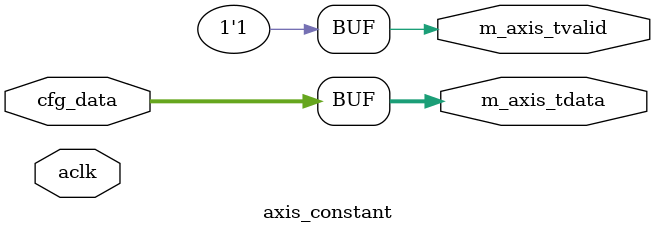
<source format=v>

`timescale 1 ns / 1 ps

module axis_constant #
(
  parameter integer AXIS_TDATA_WIDTH = 32
)
(
  // System signals
  input  wire                        aclk,

  // 
  input  wire [AXIS_TDATA_WIDTH-1:0] cfg_data,
  
  // Master side
  output wire [AXIS_TDATA_WIDTH-1:0] m_axis_tdata,
  output wire                        m_axis_tvalid
);


    assign m_axis_tdata = cfg_data;
    assign m_axis_tvalid = 1'b1;

endmodule

</source>
